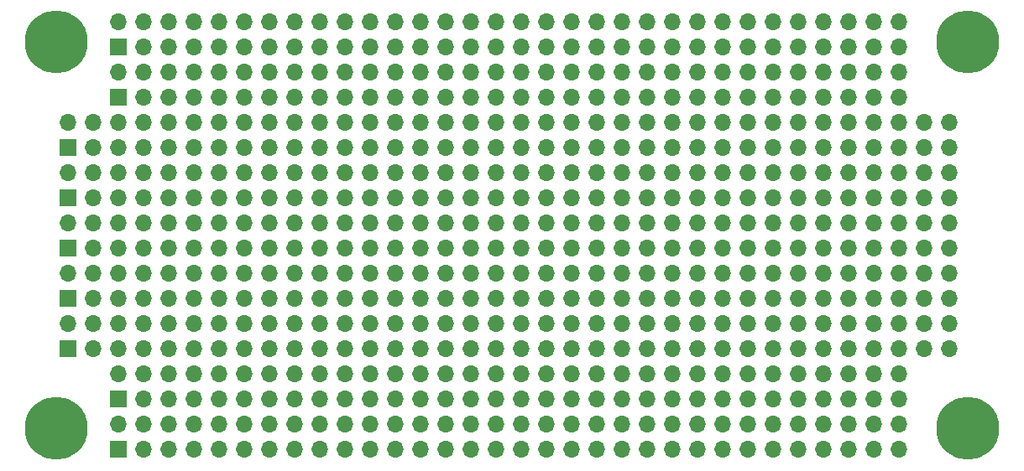
<source format=gts>
%TF.GenerationSoftware,KiCad,Pcbnew,(6.0.1)*%
%TF.CreationDate,2022-10-05T19:20:56-04:00*%
%TF.ProjectId,MOD-DIY,4d4f442d-4449-4592-9e6b-696361645f70,rev?*%
%TF.SameCoordinates,Original*%
%TF.FileFunction,Soldermask,Top*%
%TF.FilePolarity,Negative*%
%FSLAX46Y46*%
G04 Gerber Fmt 4.6, Leading zero omitted, Abs format (unit mm)*
G04 Created by KiCad (PCBNEW (6.0.1)) date 2022-10-05 19:20:56*
%MOMM*%
%LPD*%
G01*
G04 APERTURE LIST*
%ADD10R,1.700000X1.700000*%
%ADD11O,1.700000X1.700000*%
%ADD12C,6.350000*%
G04 APERTURE END LIST*
D10*
%TO.C,J7*%
X95250000Y-59690000D03*
D11*
X95250000Y-57150000D03*
X97790000Y-59690000D03*
X97790000Y-57150000D03*
X100330000Y-59690000D03*
X100330000Y-57150000D03*
X102870000Y-59690000D03*
X102870000Y-57150000D03*
X105410000Y-59690000D03*
X105410000Y-57150000D03*
X107950000Y-59690000D03*
X107950000Y-57150000D03*
X110490000Y-59690000D03*
X110490000Y-57150000D03*
X113030000Y-59690000D03*
X113030000Y-57150000D03*
X115570000Y-59690000D03*
X115570000Y-57150000D03*
X118110000Y-59690000D03*
X118110000Y-57150000D03*
X120650000Y-59690000D03*
X120650000Y-57150000D03*
X123190000Y-59690000D03*
X123190000Y-57150000D03*
X125730000Y-59690000D03*
X125730000Y-57150000D03*
X128270000Y-59690000D03*
X128270000Y-57150000D03*
X130810000Y-59690000D03*
X130810000Y-57150000D03*
X133350000Y-59690000D03*
X133350000Y-57150000D03*
X135890000Y-59690000D03*
X135890000Y-57150000D03*
X138430000Y-59690000D03*
X138430000Y-57150000D03*
X140970000Y-59690000D03*
X140970000Y-57150000D03*
X143510000Y-59690000D03*
X143510000Y-57150000D03*
X146050000Y-59690000D03*
X146050000Y-57150000D03*
X148590000Y-59690000D03*
X148590000Y-57150000D03*
X151130000Y-59690000D03*
X151130000Y-57150000D03*
X153670000Y-59690000D03*
X153670000Y-57150000D03*
X156210000Y-59690000D03*
X156210000Y-57150000D03*
X158750000Y-59690000D03*
X158750000Y-57150000D03*
X161290000Y-59690000D03*
X161290000Y-57150000D03*
X163830000Y-59690000D03*
X163830000Y-57150000D03*
X166370000Y-59690000D03*
X166370000Y-57150000D03*
X168910000Y-59690000D03*
X168910000Y-57150000D03*
X171450000Y-59690000D03*
X171450000Y-57150000D03*
X173990000Y-59690000D03*
X173990000Y-57150000D03*
X176530000Y-59690000D03*
X176530000Y-57150000D03*
X179070000Y-59690000D03*
X179070000Y-57150000D03*
X181610000Y-59690000D03*
X181610000Y-57150000D03*
X184150000Y-59690000D03*
X184150000Y-57150000D03*
%TD*%
D12*
%TO.C,MTG1*%
X94000000Y-83000000D03*
%TD*%
D10*
%TO.C,J4*%
X95250000Y-54610000D03*
D11*
X95250000Y-52070000D03*
X97790000Y-54610000D03*
X97790000Y-52070000D03*
X100330000Y-54610000D03*
X100330000Y-52070000D03*
X102870000Y-54610000D03*
X102870000Y-52070000D03*
X105410000Y-54610000D03*
X105410000Y-52070000D03*
X107950000Y-54610000D03*
X107950000Y-52070000D03*
X110490000Y-54610000D03*
X110490000Y-52070000D03*
X113030000Y-54610000D03*
X113030000Y-52070000D03*
X115570000Y-54610000D03*
X115570000Y-52070000D03*
X118110000Y-54610000D03*
X118110000Y-52070000D03*
X120650000Y-54610000D03*
X120650000Y-52070000D03*
X123190000Y-54610000D03*
X123190000Y-52070000D03*
X125730000Y-54610000D03*
X125730000Y-52070000D03*
X128270000Y-54610000D03*
X128270000Y-52070000D03*
X130810000Y-54610000D03*
X130810000Y-52070000D03*
X133350000Y-54610000D03*
X133350000Y-52070000D03*
X135890000Y-54610000D03*
X135890000Y-52070000D03*
X138430000Y-54610000D03*
X138430000Y-52070000D03*
X140970000Y-54610000D03*
X140970000Y-52070000D03*
X143510000Y-54610000D03*
X143510000Y-52070000D03*
X146050000Y-54610000D03*
X146050000Y-52070000D03*
X148590000Y-54610000D03*
X148590000Y-52070000D03*
X151130000Y-54610000D03*
X151130000Y-52070000D03*
X153670000Y-54610000D03*
X153670000Y-52070000D03*
X156210000Y-54610000D03*
X156210000Y-52070000D03*
X158750000Y-54610000D03*
X158750000Y-52070000D03*
X161290000Y-54610000D03*
X161290000Y-52070000D03*
X163830000Y-54610000D03*
X163830000Y-52070000D03*
X166370000Y-54610000D03*
X166370000Y-52070000D03*
X168910000Y-54610000D03*
X168910000Y-52070000D03*
X171450000Y-54610000D03*
X171450000Y-52070000D03*
X173990000Y-54610000D03*
X173990000Y-52070000D03*
X176530000Y-54610000D03*
X176530000Y-52070000D03*
X179070000Y-54610000D03*
X179070000Y-52070000D03*
X181610000Y-54610000D03*
X181610000Y-52070000D03*
X184150000Y-54610000D03*
X184150000Y-52070000D03*
%TD*%
D10*
%TO.C,J9*%
X100330000Y-80010000D03*
D11*
X100330000Y-77470000D03*
X102870000Y-80010000D03*
X102870000Y-77470000D03*
X105410000Y-80010000D03*
X105410000Y-77470000D03*
X107950000Y-80010000D03*
X107950000Y-77470000D03*
X110490000Y-80010000D03*
X110490000Y-77470000D03*
X113030000Y-80010000D03*
X113030000Y-77470000D03*
X115570000Y-80010000D03*
X115570000Y-77470000D03*
X118110000Y-80010000D03*
X118110000Y-77470000D03*
X120650000Y-80010000D03*
X120650000Y-77470000D03*
X123190000Y-80010000D03*
X123190000Y-77470000D03*
X125730000Y-80010000D03*
X125730000Y-77470000D03*
X128270000Y-80010000D03*
X128270000Y-77470000D03*
X130810000Y-80010000D03*
X130810000Y-77470000D03*
X133350000Y-80010000D03*
X133350000Y-77470000D03*
X135890000Y-80010000D03*
X135890000Y-77470000D03*
X138430000Y-80010000D03*
X138430000Y-77470000D03*
X140970000Y-80010000D03*
X140970000Y-77470000D03*
X143510000Y-80010000D03*
X143510000Y-77470000D03*
X146050000Y-80010000D03*
X146050000Y-77470000D03*
X148590000Y-80010000D03*
X148590000Y-77470000D03*
X151130000Y-80010000D03*
X151130000Y-77470000D03*
X153670000Y-80010000D03*
X153670000Y-77470000D03*
X156210000Y-80010000D03*
X156210000Y-77470000D03*
X158750000Y-80010000D03*
X158750000Y-77470000D03*
X161290000Y-80010000D03*
X161290000Y-77470000D03*
X163830000Y-80010000D03*
X163830000Y-77470000D03*
X166370000Y-80010000D03*
X166370000Y-77470000D03*
X168910000Y-80010000D03*
X168910000Y-77470000D03*
X171450000Y-80010000D03*
X171450000Y-77470000D03*
X173990000Y-80010000D03*
X173990000Y-77470000D03*
X176530000Y-80010000D03*
X176530000Y-77470000D03*
X179070000Y-80010000D03*
X179070000Y-77470000D03*
%TD*%
D10*
%TO.C,J5*%
X100330000Y-49530000D03*
D11*
X100330000Y-46990000D03*
X102870000Y-49530000D03*
X102870000Y-46990000D03*
X105410000Y-49530000D03*
X105410000Y-46990000D03*
X107950000Y-49530000D03*
X107950000Y-46990000D03*
X110490000Y-49530000D03*
X110490000Y-46990000D03*
X113030000Y-49530000D03*
X113030000Y-46990000D03*
X115570000Y-49530000D03*
X115570000Y-46990000D03*
X118110000Y-49530000D03*
X118110000Y-46990000D03*
X120650000Y-49530000D03*
X120650000Y-46990000D03*
X123190000Y-49530000D03*
X123190000Y-46990000D03*
X125730000Y-49530000D03*
X125730000Y-46990000D03*
X128270000Y-49530000D03*
X128270000Y-46990000D03*
X130810000Y-49530000D03*
X130810000Y-46990000D03*
X133350000Y-49530000D03*
X133350000Y-46990000D03*
X135890000Y-49530000D03*
X135890000Y-46990000D03*
X138430000Y-49530000D03*
X138430000Y-46990000D03*
X140970000Y-49530000D03*
X140970000Y-46990000D03*
X143510000Y-49530000D03*
X143510000Y-46990000D03*
X146050000Y-49530000D03*
X146050000Y-46990000D03*
X148590000Y-49530000D03*
X148590000Y-46990000D03*
X151130000Y-49530000D03*
X151130000Y-46990000D03*
X153670000Y-49530000D03*
X153670000Y-46990000D03*
X156210000Y-49530000D03*
X156210000Y-46990000D03*
X158750000Y-49530000D03*
X158750000Y-46990000D03*
X161290000Y-49530000D03*
X161290000Y-46990000D03*
X163830000Y-49530000D03*
X163830000Y-46990000D03*
X166370000Y-49530000D03*
X166370000Y-46990000D03*
X168910000Y-49530000D03*
X168910000Y-46990000D03*
X171450000Y-49530000D03*
X171450000Y-46990000D03*
X173990000Y-49530000D03*
X173990000Y-46990000D03*
X176530000Y-49530000D03*
X176530000Y-46990000D03*
X179070000Y-49530000D03*
X179070000Y-46990000D03*
%TD*%
D12*
%TO.C,MTG3*%
X94000000Y-44000000D03*
%TD*%
D10*
%TO.C,J8*%
X95250000Y-69850000D03*
D11*
X95250000Y-67310000D03*
X97790000Y-69850000D03*
X97790000Y-67310000D03*
X100330000Y-69850000D03*
X100330000Y-67310000D03*
X102870000Y-69850000D03*
X102870000Y-67310000D03*
X105410000Y-69850000D03*
X105410000Y-67310000D03*
X107950000Y-69850000D03*
X107950000Y-67310000D03*
X110490000Y-69850000D03*
X110490000Y-67310000D03*
X113030000Y-69850000D03*
X113030000Y-67310000D03*
X115570000Y-69850000D03*
X115570000Y-67310000D03*
X118110000Y-69850000D03*
X118110000Y-67310000D03*
X120650000Y-69850000D03*
X120650000Y-67310000D03*
X123190000Y-69850000D03*
X123190000Y-67310000D03*
X125730000Y-69850000D03*
X125730000Y-67310000D03*
X128270000Y-69850000D03*
X128270000Y-67310000D03*
X130810000Y-69850000D03*
X130810000Y-67310000D03*
X133350000Y-69850000D03*
X133350000Y-67310000D03*
X135890000Y-69850000D03*
X135890000Y-67310000D03*
X138430000Y-69850000D03*
X138430000Y-67310000D03*
X140970000Y-69850000D03*
X140970000Y-67310000D03*
X143510000Y-69850000D03*
X143510000Y-67310000D03*
X146050000Y-69850000D03*
X146050000Y-67310000D03*
X148590000Y-69850000D03*
X148590000Y-67310000D03*
X151130000Y-69850000D03*
X151130000Y-67310000D03*
X153670000Y-69850000D03*
X153670000Y-67310000D03*
X156210000Y-69850000D03*
X156210000Y-67310000D03*
X158750000Y-69850000D03*
X158750000Y-67310000D03*
X161290000Y-69850000D03*
X161290000Y-67310000D03*
X163830000Y-69850000D03*
X163830000Y-67310000D03*
X166370000Y-69850000D03*
X166370000Y-67310000D03*
X168910000Y-69850000D03*
X168910000Y-67310000D03*
X171450000Y-69850000D03*
X171450000Y-67310000D03*
X173990000Y-69850000D03*
X173990000Y-67310000D03*
X176530000Y-69850000D03*
X176530000Y-67310000D03*
X179070000Y-69850000D03*
X179070000Y-67310000D03*
X181610000Y-69850000D03*
X181610000Y-67310000D03*
X184150000Y-69850000D03*
X184150000Y-67310000D03*
%TD*%
D10*
%TO.C,J1*%
X95250000Y-64770000D03*
D11*
X95250000Y-62230000D03*
X97790000Y-64770000D03*
X97790000Y-62230000D03*
X100330000Y-64770000D03*
X100330000Y-62230000D03*
X102870000Y-64770000D03*
X102870000Y-62230000D03*
X105410000Y-64770000D03*
X105410000Y-62230000D03*
X107950000Y-64770000D03*
X107950000Y-62230000D03*
X110490000Y-64770000D03*
X110490000Y-62230000D03*
X113030000Y-64770000D03*
X113030000Y-62230000D03*
X115570000Y-64770000D03*
X115570000Y-62230000D03*
X118110000Y-64770000D03*
X118110000Y-62230000D03*
X120650000Y-64770000D03*
X120650000Y-62230000D03*
X123190000Y-64770000D03*
X123190000Y-62230000D03*
X125730000Y-64770000D03*
X125730000Y-62230000D03*
X128270000Y-64770000D03*
X128270000Y-62230000D03*
X130810000Y-64770000D03*
X130810000Y-62230000D03*
X133350000Y-64770000D03*
X133350000Y-62230000D03*
X135890000Y-64770000D03*
X135890000Y-62230000D03*
X138430000Y-64770000D03*
X138430000Y-62230000D03*
X140970000Y-64770000D03*
X140970000Y-62230000D03*
X143510000Y-64770000D03*
X143510000Y-62230000D03*
X146050000Y-64770000D03*
X146050000Y-62230000D03*
X148590000Y-64770000D03*
X148590000Y-62230000D03*
X151130000Y-64770000D03*
X151130000Y-62230000D03*
X153670000Y-64770000D03*
X153670000Y-62230000D03*
X156210000Y-64770000D03*
X156210000Y-62230000D03*
X158750000Y-64770000D03*
X158750000Y-62230000D03*
X161290000Y-64770000D03*
X161290000Y-62230000D03*
X163830000Y-64770000D03*
X163830000Y-62230000D03*
X166370000Y-64770000D03*
X166370000Y-62230000D03*
X168910000Y-64770000D03*
X168910000Y-62230000D03*
X171450000Y-64770000D03*
X171450000Y-62230000D03*
X173990000Y-64770000D03*
X173990000Y-62230000D03*
X176530000Y-64770000D03*
X176530000Y-62230000D03*
X179070000Y-64770000D03*
X179070000Y-62230000D03*
X181610000Y-64770000D03*
X181610000Y-62230000D03*
X184150000Y-64770000D03*
X184150000Y-62230000D03*
%TD*%
D10*
%TO.C,J2*%
X100324996Y-44450000D03*
D11*
X100324996Y-41910000D03*
X102864996Y-44450000D03*
X102864996Y-41910000D03*
X105404996Y-44450000D03*
X105404996Y-41910000D03*
X107944996Y-44450000D03*
X107944996Y-41910000D03*
X110484996Y-44450000D03*
X110484996Y-41910000D03*
X113024996Y-44450000D03*
X113024996Y-41910000D03*
X115564996Y-44450000D03*
X115564996Y-41910000D03*
X118104996Y-44450000D03*
X118104996Y-41910000D03*
X120644996Y-44450000D03*
X120644996Y-41910000D03*
X123184996Y-44450000D03*
X123184996Y-41910000D03*
X125724996Y-44450000D03*
X125724996Y-41910000D03*
X128264996Y-44450000D03*
X128264996Y-41910000D03*
X130804996Y-44450000D03*
X130804996Y-41910000D03*
X133344996Y-44450000D03*
X133344996Y-41910000D03*
X135884996Y-44450000D03*
X135884996Y-41910000D03*
X138424996Y-44450000D03*
X138424996Y-41910000D03*
X140964996Y-44450000D03*
X140964996Y-41910000D03*
X143504996Y-44450000D03*
X143504996Y-41910000D03*
X146044996Y-44450000D03*
X146044996Y-41910000D03*
X148584996Y-44450000D03*
X148584996Y-41910000D03*
X151124996Y-44450000D03*
X151124996Y-41910000D03*
X153664996Y-44450000D03*
X153664996Y-41910000D03*
X156204996Y-44450000D03*
X156204996Y-41910000D03*
X158744996Y-44450000D03*
X158744996Y-41910000D03*
X161284996Y-44450000D03*
X161284996Y-41910000D03*
X163824996Y-44450000D03*
X163824996Y-41910000D03*
X166364996Y-44450000D03*
X166364996Y-41910000D03*
X168904996Y-44450000D03*
X168904996Y-41910000D03*
X171444996Y-44450000D03*
X171444996Y-41910000D03*
X173984996Y-44450000D03*
X173984996Y-41910000D03*
X176524996Y-44450000D03*
X176524996Y-41910000D03*
X179064996Y-44450000D03*
X179064996Y-41910000D03*
%TD*%
D10*
%TO.C,J6*%
X95250000Y-74930000D03*
D11*
X95250000Y-72390000D03*
X97790000Y-74930000D03*
X97790000Y-72390000D03*
X100330000Y-74930000D03*
X100330000Y-72390000D03*
X102870000Y-74930000D03*
X102870000Y-72390000D03*
X105410000Y-74930000D03*
X105410000Y-72390000D03*
X107950000Y-74930000D03*
X107950000Y-72390000D03*
X110490000Y-74930000D03*
X110490000Y-72390000D03*
X113030000Y-74930000D03*
X113030000Y-72390000D03*
X115570000Y-74930000D03*
X115570000Y-72390000D03*
X118110000Y-74930000D03*
X118110000Y-72390000D03*
X120650000Y-74930000D03*
X120650000Y-72390000D03*
X123190000Y-74930000D03*
X123190000Y-72390000D03*
X125730000Y-74930000D03*
X125730000Y-72390000D03*
X128270000Y-74930000D03*
X128270000Y-72390000D03*
X130810000Y-74930000D03*
X130810000Y-72390000D03*
X133350000Y-74930000D03*
X133350000Y-72390000D03*
X135890000Y-74930000D03*
X135890000Y-72390000D03*
X138430000Y-74930000D03*
X138430000Y-72390000D03*
X140970000Y-74930000D03*
X140970000Y-72390000D03*
X143510000Y-74930000D03*
X143510000Y-72390000D03*
X146050000Y-74930000D03*
X146050000Y-72390000D03*
X148590000Y-74930000D03*
X148590000Y-72390000D03*
X151130000Y-74930000D03*
X151130000Y-72390000D03*
X153670000Y-74930000D03*
X153670000Y-72390000D03*
X156210000Y-74930000D03*
X156210000Y-72390000D03*
X158750000Y-74930000D03*
X158750000Y-72390000D03*
X161290000Y-74930000D03*
X161290000Y-72390000D03*
X163830000Y-74930000D03*
X163830000Y-72390000D03*
X166370000Y-74930000D03*
X166370000Y-72390000D03*
X168910000Y-74930000D03*
X168910000Y-72390000D03*
X171450000Y-74930000D03*
X171450000Y-72390000D03*
X173990000Y-74930000D03*
X173990000Y-72390000D03*
X176530000Y-74930000D03*
X176530000Y-72390000D03*
X179070000Y-74930000D03*
X179070000Y-72390000D03*
X181610000Y-74930000D03*
X181610000Y-72390000D03*
X184150000Y-74930000D03*
X184150000Y-72390000D03*
%TD*%
D10*
%TO.C,J3*%
X100324996Y-85095004D03*
D11*
X100324996Y-82555004D03*
X102864996Y-85095004D03*
X102864996Y-82555004D03*
X105404996Y-85095004D03*
X105404996Y-82555004D03*
X107944996Y-85095004D03*
X107944996Y-82555004D03*
X110484996Y-85095004D03*
X110484996Y-82555004D03*
X113024996Y-85095004D03*
X113024996Y-82555004D03*
X115564996Y-85095004D03*
X115564996Y-82555004D03*
X118104996Y-85095004D03*
X118104996Y-82555004D03*
X120644996Y-85095004D03*
X120644996Y-82555004D03*
X123184996Y-85095004D03*
X123184996Y-82555004D03*
X125724996Y-85095004D03*
X125724996Y-82555004D03*
X128264996Y-85095004D03*
X128264996Y-82555004D03*
X130804996Y-85095004D03*
X130804996Y-82555004D03*
X133344996Y-85095004D03*
X133344996Y-82555004D03*
X135884996Y-85095004D03*
X135884996Y-82555004D03*
X138424996Y-85095004D03*
X138424996Y-82555004D03*
X140964996Y-85095004D03*
X140964996Y-82555004D03*
X143504996Y-85095004D03*
X143504996Y-82555004D03*
X146044996Y-85095004D03*
X146044996Y-82555004D03*
X148584996Y-85095004D03*
X148584996Y-82555004D03*
X151124996Y-85095004D03*
X151124996Y-82555004D03*
X153664996Y-85095004D03*
X153664996Y-82555004D03*
X156204996Y-85095004D03*
X156204996Y-82555004D03*
X158744996Y-85095004D03*
X158744996Y-82555004D03*
X161284996Y-85095004D03*
X161284996Y-82555004D03*
X163824996Y-85095004D03*
X163824996Y-82555004D03*
X166364996Y-85095004D03*
X166364996Y-82555004D03*
X168904996Y-85095004D03*
X168904996Y-82555004D03*
X171444996Y-85095004D03*
X171444996Y-82555004D03*
X173984996Y-85095004D03*
X173984996Y-82555004D03*
X176524996Y-85095004D03*
X176524996Y-82555004D03*
X179064996Y-85095004D03*
X179064996Y-82555004D03*
%TD*%
D12*
%TO.C,MTG2*%
X186000000Y-83000000D03*
%TD*%
%TO.C,MTG4*%
X186000000Y-44000000D03*
%TD*%
M02*

</source>
